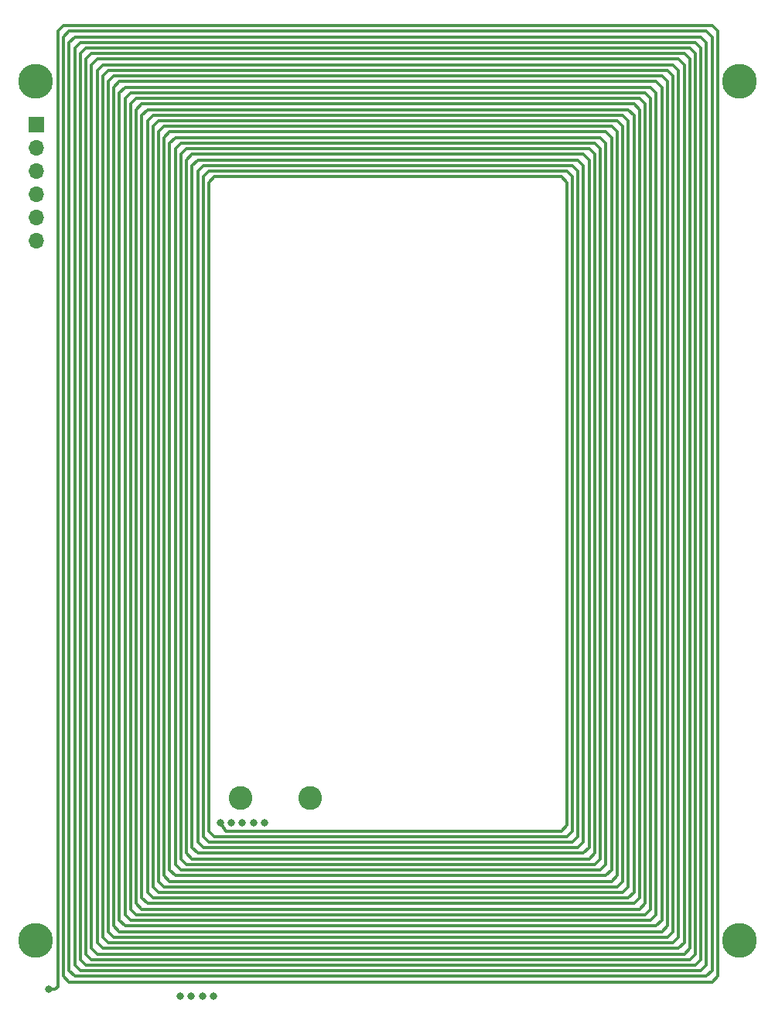
<source format=gtl>
%TF.GenerationSoftware,KiCad,Pcbnew,(6.0.5)*%
%TF.CreationDate,2023-01-23T17:02:20-08:00*%
%TF.ProjectId,Coil_Panels_XY,436f696c-5f50-4616-9e65-6c735f58592e,rev?*%
%TF.SameCoordinates,Original*%
%TF.FileFunction,Copper,L1,Top*%
%TF.FilePolarity,Positive*%
%FSLAX46Y46*%
G04 Gerber Fmt 4.6, Leading zero omitted, Abs format (unit mm)*
G04 Created by KiCad (PCBNEW (6.0.5)) date 2023-01-23 17:02:20*
%MOMM*%
%LPD*%
G01*
G04 APERTURE LIST*
%TA.AperFunction,ComponentPad*%
%ADD10R,1.700000X1.700000*%
%TD*%
%TA.AperFunction,ComponentPad*%
%ADD11O,1.700000X1.700000*%
%TD*%
%TA.AperFunction,ConnectorPad*%
%ADD12C,3.800000*%
%TD*%
%TA.AperFunction,ComponentPad*%
%ADD13C,2.600000*%
%TD*%
%TA.AperFunction,ViaPad*%
%ADD14C,0.800000*%
%TD*%
%TA.AperFunction,Conductor*%
%ADD15C,0.306000*%
%TD*%
G04 APERTURE END LIST*
D10*
X115140000Y-50284000D03*
D11*
X115140000Y-52824000D03*
X115140000Y-55364000D03*
X115140000Y-57904000D03*
X115140000Y-60444000D03*
X115140000Y-62984000D03*
D12*
X115046000Y-45497997D03*
D13*
X115046000Y-45497997D03*
D12*
X192046000Y-139497997D03*
D13*
X192046000Y-139497997D03*
X115046000Y-139497997D03*
D12*
X115046000Y-139497997D03*
D13*
X137492000Y-123944000D03*
X145112000Y-123944000D03*
D12*
X192046000Y-45497997D03*
D13*
X192046000Y-45497997D03*
D14*
X116460000Y-144830000D03*
X135215999Y-126594000D03*
X136439999Y-126594000D03*
X137663999Y-126594000D03*
X138887999Y-126594000D03*
X140111999Y-126594000D03*
X130833999Y-145566000D03*
X132058000Y-145566000D03*
X133282000Y-145566000D03*
X134506000Y-145566000D03*
D15*
X117170000Y-144830000D02*
X116460000Y-144830000D01*
X117468000Y-144532000D02*
X117170000Y-144830000D01*
X117468000Y-40036000D02*
X117468000Y-144532000D01*
X118080000Y-39424000D02*
X117468000Y-40036000D01*
X189079999Y-39424000D02*
X118080000Y-39424000D01*
X189079999Y-144036000D02*
X189691999Y-143424000D01*
X189691999Y-143424000D02*
X189691999Y-40036000D01*
X118691999Y-144036000D02*
X189079999Y-144036000D01*
X189691999Y-40036000D02*
X189079999Y-39424000D01*
X118079999Y-143424000D02*
X118691999Y-144036000D01*
X135827999Y-127512000D02*
X135215999Y-126594000D01*
X172555999Y-127512000D02*
X135827999Y-127512000D01*
X173167999Y-126900000D02*
X172555999Y-127512000D01*
X173167999Y-56560000D02*
X173167999Y-126900000D01*
X172555999Y-55948000D02*
X173167999Y-56560000D01*
X134604000Y-55948000D02*
X172555999Y-55948000D01*
X133992000Y-56560000D02*
X134604000Y-55948000D01*
X133992000Y-56560000D02*
X133992000Y-127512000D01*
X134604000Y-128124000D02*
X133992000Y-127512000D01*
X173168000Y-128124000D02*
X134604000Y-128124000D01*
X173780000Y-127512000D02*
X173168000Y-128124000D01*
X173780000Y-55948000D02*
X173780000Y-127512000D01*
X173168000Y-55336000D02*
X173780000Y-55948000D01*
X133992000Y-55336000D02*
X173168000Y-55336000D01*
X133380000Y-55948000D02*
X133992000Y-55336000D01*
X133380000Y-55948000D02*
X133380000Y-128124000D01*
X133992000Y-128735999D02*
X133379999Y-128123999D01*
X173780000Y-128735999D02*
X133992000Y-128735999D01*
X174392000Y-128123999D02*
X173780000Y-128735999D01*
X174392000Y-55335999D02*
X174392000Y-128123999D01*
X173780000Y-54724000D02*
X174392000Y-55335999D01*
X133380000Y-54724000D02*
X173780000Y-54724000D01*
X132768000Y-55335999D02*
X133380000Y-54724000D01*
X132768000Y-55335999D02*
X132768000Y-128736000D01*
X133380000Y-129347999D02*
X132768000Y-128735999D01*
X174392000Y-129347999D02*
X133380000Y-129347999D01*
X175004000Y-128735999D02*
X174392000Y-129347999D01*
X175004000Y-54724000D02*
X175004000Y-128735999D01*
X174392000Y-54112000D02*
X175004000Y-54724000D01*
X132768000Y-54112000D02*
X174392000Y-54112000D01*
X132156000Y-54724000D02*
X132768000Y-54112000D01*
X132156000Y-54724000D02*
X132156000Y-129347999D01*
X132768000Y-129959999D02*
X132155999Y-129347999D01*
X175004000Y-129959999D02*
X132768000Y-129959999D01*
X175616000Y-129347999D02*
X175004000Y-129959999D01*
X175616000Y-54112000D02*
X175616000Y-129347999D01*
X175004000Y-53500000D02*
X175616000Y-54112000D01*
X132156000Y-53500000D02*
X175004000Y-53500000D01*
X131544000Y-54112000D02*
X132156000Y-53500000D01*
X131544000Y-54112000D02*
X131544000Y-129960000D01*
X132155999Y-130571999D02*
X131543999Y-129959999D01*
X175615999Y-130571999D02*
X132155999Y-130571999D01*
X176227999Y-129959999D02*
X175615999Y-130571999D01*
X176227999Y-53500000D02*
X176227999Y-129959999D01*
X175615999Y-52888000D02*
X176227999Y-53500000D01*
X131544000Y-52888000D02*
X175615999Y-52888000D01*
X130932000Y-53500000D02*
X131544000Y-52888000D01*
X130932000Y-53500000D02*
X130932000Y-130572000D01*
X131544000Y-131183999D02*
X130932000Y-130571999D01*
X176227999Y-131183999D02*
X131544000Y-131183999D01*
X176840000Y-130571999D02*
X176227999Y-131183999D01*
X176840000Y-52888000D02*
X176840000Y-130571999D01*
X176227999Y-52276000D02*
X176840000Y-52888000D01*
X130932000Y-52276000D02*
X176227999Y-52276000D01*
X130320000Y-52888000D02*
X130932000Y-52276000D01*
X130320000Y-52888000D02*
X130320000Y-131184000D01*
X130932000Y-131795999D02*
X130319999Y-131183999D01*
X176839999Y-131795999D02*
X130932000Y-131795999D01*
X177451999Y-131183999D02*
X176839999Y-131795999D01*
X177451999Y-52275999D02*
X177451999Y-131183999D01*
X176839999Y-51664000D02*
X177451999Y-52275999D01*
X130320000Y-51664000D02*
X176839999Y-51664000D01*
X129708000Y-52275999D02*
X130320000Y-51664000D01*
X129708000Y-52275999D02*
X129708000Y-131796000D01*
X130320000Y-132407999D02*
X129708000Y-131795999D01*
X177452000Y-132407999D02*
X130320000Y-132407999D01*
X178064000Y-131795999D02*
X177452000Y-132407999D01*
X178064000Y-51664000D02*
X178064000Y-131795999D01*
X177452000Y-51052000D02*
X178064000Y-51664000D01*
X129708000Y-51052000D02*
X177452000Y-51052000D01*
X129096000Y-51664000D02*
X129708000Y-51052000D01*
X129096000Y-51664000D02*
X129096000Y-132408000D01*
X129708000Y-133019999D02*
X129095999Y-132408000D01*
X178064000Y-133019999D02*
X129708000Y-133019999D01*
X178676000Y-132408000D02*
X178064000Y-133019999D01*
X178676000Y-51052000D02*
X178676000Y-132408000D01*
X178064000Y-50440000D02*
X178676000Y-51052000D01*
X129096000Y-50440000D02*
X178064000Y-50440000D01*
X128484000Y-51052000D02*
X129096000Y-50440000D01*
X128484000Y-51052000D02*
X128484000Y-133020000D01*
X129095999Y-133631999D02*
X128483999Y-133019999D01*
X178675999Y-133631999D02*
X129095999Y-133631999D01*
X179287999Y-133019999D02*
X178675999Y-133631999D01*
X179287999Y-50440000D02*
X179287999Y-133019999D01*
X178675999Y-49828000D02*
X179287999Y-50440000D01*
X128484000Y-49828000D02*
X178675999Y-49828000D01*
X127872000Y-50440000D02*
X128484000Y-49828000D01*
X127872000Y-50440000D02*
X127872000Y-133632000D01*
X128484000Y-134243999D02*
X127872000Y-133631999D01*
X179287999Y-134243999D02*
X128484000Y-134243999D01*
X179900000Y-133631999D02*
X179287999Y-134243999D01*
X179900000Y-49828000D02*
X179900000Y-133631999D01*
X179287999Y-49216000D02*
X179900000Y-49828000D01*
X127872000Y-49216000D02*
X179287999Y-49216000D01*
X127260000Y-49828000D02*
X127872000Y-49216000D01*
X127260000Y-49828000D02*
X127260000Y-134244000D01*
X127872000Y-134856000D02*
X127259999Y-134244000D01*
X179900000Y-134856000D02*
X127872000Y-134856000D01*
X180512000Y-134244000D02*
X179900000Y-134856000D01*
X180512000Y-49216000D02*
X180512000Y-134244000D01*
X179900000Y-48604000D02*
X180512000Y-49216000D01*
X127260000Y-48604000D02*
X179900000Y-48604000D01*
X126648000Y-49216000D02*
X127260000Y-48604000D01*
X126648000Y-49216000D02*
X126648000Y-134856000D01*
X127260000Y-135467999D02*
X126648000Y-134855999D01*
X180512000Y-135467999D02*
X127260000Y-135467999D01*
X181124000Y-134855999D02*
X180512000Y-135467999D01*
X181124000Y-48603999D02*
X181124000Y-134855999D01*
X180512000Y-47992000D02*
X181124000Y-48603999D01*
X126648000Y-47992000D02*
X180512000Y-47992000D01*
X126036000Y-48603999D02*
X126648000Y-47992000D01*
X126036000Y-48603999D02*
X126036000Y-135468000D01*
X126648000Y-136079999D02*
X126035999Y-135468000D01*
X181124000Y-136079999D02*
X126648000Y-136079999D01*
X181736000Y-135468000D02*
X181124000Y-136079999D01*
X181736000Y-47992000D02*
X181736000Y-135468000D01*
X181124000Y-47380000D02*
X181736000Y-47992000D01*
X126036000Y-47380000D02*
X181124000Y-47380000D01*
X125424000Y-47992000D02*
X126036000Y-47380000D01*
X125424000Y-47992000D02*
X125424000Y-136080000D01*
X126036000Y-136691999D02*
X125424000Y-136079999D01*
X181736000Y-136691999D02*
X126036000Y-136691999D01*
X182348000Y-136079999D02*
X181736000Y-136691999D01*
X182348000Y-47380000D02*
X182348000Y-136079999D01*
X181736000Y-46768000D02*
X182348000Y-47380000D01*
X125424000Y-46768000D02*
X181736000Y-46768000D01*
X124812000Y-47380000D02*
X125424000Y-46768000D01*
X124812000Y-47380000D02*
X124812000Y-136692000D01*
X125424000Y-137303999D02*
X124812000Y-136691999D01*
X182348000Y-137303999D02*
X125424000Y-137303999D01*
X182960000Y-136691999D02*
X182348000Y-137303999D01*
X182960000Y-46768000D02*
X182960000Y-136691999D01*
X182348000Y-46156000D02*
X182960000Y-46768000D01*
X124812000Y-46156000D02*
X182348000Y-46156000D01*
X124200000Y-46768000D02*
X124812000Y-46156000D01*
X124200000Y-46768000D02*
X124200000Y-137304000D01*
X124812000Y-137916000D02*
X124199999Y-137304000D01*
X182959999Y-137916000D02*
X124812000Y-137916000D01*
X183571999Y-137304000D02*
X182959999Y-137916000D01*
X183571999Y-46156000D02*
X183571999Y-137304000D01*
X182959999Y-45544000D02*
X183571999Y-46156000D01*
X124200000Y-45544000D02*
X182959999Y-45544000D01*
X123588000Y-46156000D02*
X124200000Y-45544000D01*
X123588000Y-46156000D02*
X123588000Y-137916000D01*
X124200000Y-138527999D02*
X123588000Y-137915999D01*
X183572000Y-138527999D02*
X124200000Y-138527999D01*
X184184000Y-137915999D02*
X183572000Y-138527999D01*
X184184000Y-45543999D02*
X184184000Y-137915999D01*
X183572000Y-44932000D02*
X184184000Y-45543999D01*
X123588000Y-44932000D02*
X183572000Y-44932000D01*
X122976000Y-45543999D02*
X123588000Y-44932000D01*
X122976000Y-45543999D02*
X122976000Y-138528000D01*
X123588000Y-139139999D02*
X122975999Y-138528000D01*
X184184000Y-139139999D02*
X123588000Y-139139999D01*
X184796000Y-138528000D02*
X184184000Y-139139999D01*
X184796000Y-44932000D02*
X184796000Y-138528000D01*
X184184000Y-44320000D02*
X184796000Y-44932000D01*
X122976000Y-44320000D02*
X184184000Y-44320000D01*
X122364000Y-44932000D02*
X122976000Y-44320000D01*
X122364000Y-44932000D02*
X122364000Y-139140000D01*
X122976000Y-139751999D02*
X122364000Y-139139999D01*
X184796000Y-139751999D02*
X122976000Y-139751999D01*
X185408000Y-139139999D02*
X184796000Y-139751999D01*
X185408000Y-44320000D02*
X185408000Y-139139999D01*
X184796000Y-43708000D02*
X185408000Y-44320000D01*
X122364000Y-43708000D02*
X184796000Y-43708000D01*
X121752000Y-44320000D02*
X122364000Y-43708000D01*
X121752000Y-44320000D02*
X121752000Y-139752000D01*
X122364000Y-140363999D02*
X121751999Y-139751999D01*
X185408000Y-140363999D02*
X122364000Y-140363999D01*
X186020000Y-139751999D02*
X185408000Y-140363999D01*
X186020000Y-43708000D02*
X186020000Y-139751999D01*
X185408000Y-43096000D02*
X186020000Y-43708000D01*
X121752000Y-43096000D02*
X185408000Y-43096000D01*
X121140000Y-43708000D02*
X121752000Y-43096000D01*
X121140000Y-43708000D02*
X121140000Y-140364000D01*
X121751999Y-140976000D02*
X121139999Y-140364000D01*
X186019999Y-140976000D02*
X121751999Y-140976000D01*
X186631999Y-140364000D02*
X186019999Y-140976000D01*
X186631999Y-43096000D02*
X186631999Y-140364000D01*
X186019999Y-42484000D02*
X186631999Y-43096000D01*
X121140000Y-42484000D02*
X186019999Y-42484000D01*
X120528000Y-43096000D02*
X121140000Y-42484000D01*
X120528000Y-43096000D02*
X120528000Y-140976000D01*
X121140000Y-141588000D02*
X120528000Y-140976000D01*
X186631999Y-141588000D02*
X121140000Y-141588000D01*
X187244000Y-140976000D02*
X186631999Y-141588000D01*
X187244000Y-42484000D02*
X187244000Y-140976000D01*
X186631999Y-41872000D02*
X187244000Y-42484000D01*
X120528000Y-41872000D02*
X186631999Y-41872000D01*
X119916000Y-42484000D02*
X120528000Y-41872000D01*
X119916000Y-42484000D02*
X119916000Y-141588000D01*
X120528000Y-142200000D02*
X119915999Y-141588000D01*
X187244000Y-142200000D02*
X120528000Y-142200000D01*
X187856000Y-141588000D02*
X187244000Y-142200000D01*
X187856000Y-41871999D02*
X187856000Y-141588000D01*
X187244000Y-41260000D02*
X187856000Y-41871999D01*
X119916000Y-41260000D02*
X187244000Y-41260000D01*
X119304000Y-41871999D02*
X119916000Y-41260000D01*
X119304000Y-41871999D02*
X119304000Y-142200000D01*
X119916000Y-142811999D02*
X119304000Y-142199999D01*
X187856000Y-142811999D02*
X119916000Y-142811999D01*
X188468000Y-142199999D02*
X187856000Y-142811999D01*
X188468000Y-41260000D02*
X188468000Y-142199999D01*
X187856000Y-40648000D02*
X188468000Y-41260000D01*
X119304000Y-40648000D02*
X187856000Y-40648000D01*
X118692000Y-41260000D02*
X119304000Y-40648000D01*
X118692000Y-41260000D02*
X118692000Y-142811999D01*
X119304000Y-143423999D02*
X118691999Y-142811999D01*
X188468000Y-143423999D02*
X119304000Y-143423999D01*
X189080000Y-142811999D02*
X188468000Y-143423999D01*
X189080000Y-40648000D02*
X189080000Y-142811999D01*
X188468000Y-40036000D02*
X189080000Y-40648000D01*
X118692000Y-40036000D02*
X188468000Y-40036000D01*
X118080000Y-40648000D02*
X118692000Y-40036000D01*
X118080000Y-40648000D02*
X118080000Y-143424000D01*
M02*

</source>
